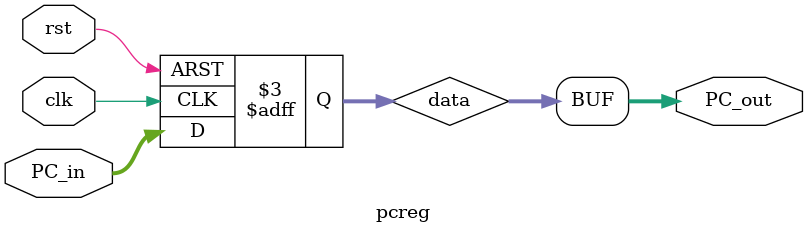
<source format=v>
module pcreg(
    input clk,
    input rst,
    input [31:0] PC_in,
    output [31:0] PC_out
);
    
    reg [31:0] data=32'b0;

    always @(posedge clk or posedge rst) begin
        if(rst) data<=32'b0;        //reset key
        else data<=PC_in;        //enable ,input 
    end
    
    assign PC_out = data;
    
endmodule
</source>
